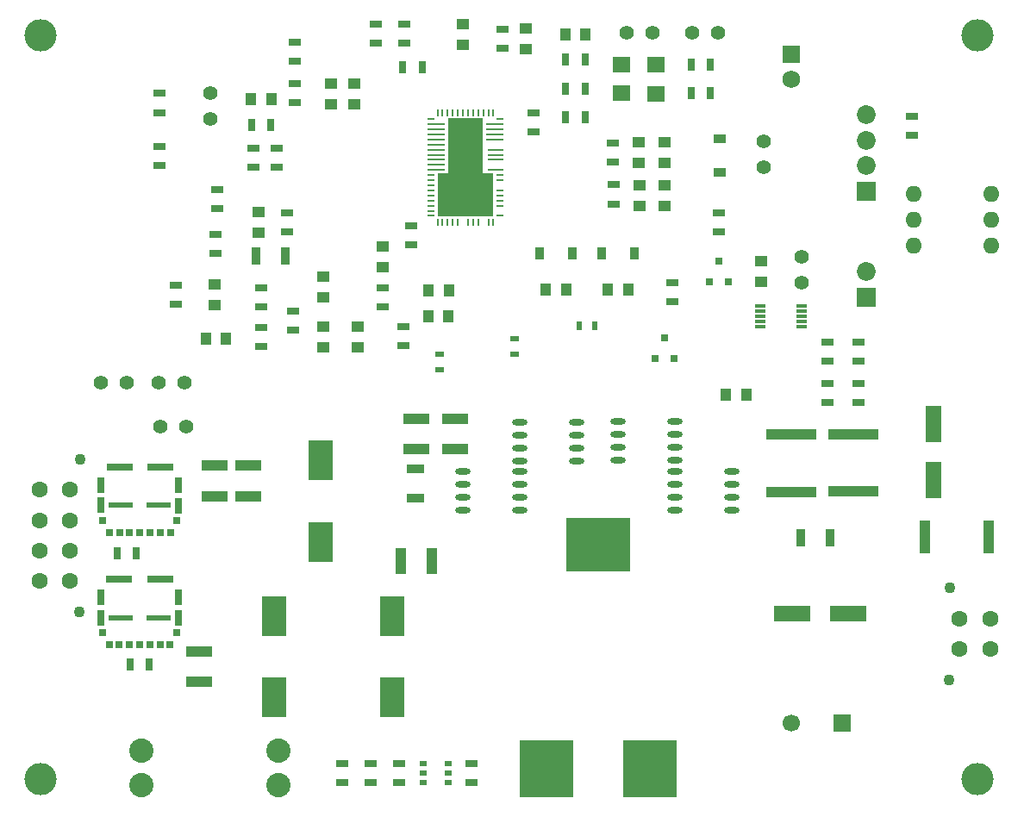
<source format=gbr>
G04 #@! TF.FileFunction,Soldermask,Top*
%FSLAX46Y46*%
G04 Gerber Fmt 4.6, Leading zero omitted, Abs format (unit mm)*
G04 Created by KiCad (PCBNEW (2016-05-27 BZR 6836, Git 4441a4b)-product) date 09/15/16 12:13:09*
%MOMM*%
%LPD*%
G01*
G04 APERTURE LIST*
%ADD10C,0.100000*%
%ADD11R,1.850000X1.850000*%
%ADD12C,1.850000*%
%ADD13C,3.175000*%
%ADD14C,2.387600*%
%ADD15C,1.700000*%
%ADD16R,1.700000X1.700000*%
%ADD17R,1.250000X1.000000*%
%ADD18R,1.000000X1.250000*%
%ADD19R,0.910000X1.220000*%
%ADD20R,0.800000X0.550000*%
%ADD21O,1.473200X0.609600*%
%ADD22R,0.800100X0.800100*%
%ADD23R,1.300000X0.700000*%
%ADD24R,0.700000X1.300000*%
%ADD25R,0.700000X0.700000*%
%ADD26R,0.675000X1.600000*%
%ADD27R,2.350000X0.600000*%
%ADD28R,2.600000X0.675000*%
%ADD29R,0.700000X0.250000*%
%ADD30R,1.800000X0.250000*%
%ADD31R,0.250000X0.700000*%
%ADD32R,1.500000X0.250000*%
%ADD33R,3.500000X5.400000*%
%ADD34R,5.500000X4.350000*%
%ADD35R,1.016000X0.343000*%
%ADD36C,1.400000*%
%ADD37R,6.350000X5.283200*%
%ADD38R,5.334000X5.588000*%
%ADD39R,1.800860X1.597660*%
%ADD40R,0.500000X0.900000*%
%ADD41R,0.900000X0.500000*%
%ADD42R,2.400300X4.000500*%
%ADD43R,1.000000X2.500000*%
%ADD44R,2.500000X1.000000*%
%ADD45R,5.000000X1.000000*%
%ADD46R,1.600200X3.599180*%
%ADD47R,3.599180X1.600200*%
%ADD48R,1.220000X0.910000*%
%ADD49R,1.750000X1.750000*%
%ADD50C,1.750000*%
%ADD51R,1.000000X3.200000*%
%ADD52R,1.700000X0.900000*%
%ADD53R,0.900000X1.700000*%
%ADD54C,1.100000*%
%ADD55C,1.600000*%
%ADD56O,1.600000X1.600000*%
G04 APERTURE END LIST*
D10*
D11*
X178562000Y-82042000D03*
D12*
X178562000Y-79542000D03*
X178562000Y-77042000D03*
X178562000Y-74542000D03*
D13*
X189456000Y-139776000D03*
D14*
X107352000Y-140427000D03*
X120814000Y-140427000D03*
X120814000Y-137023400D03*
X107352000Y-137023400D03*
D15*
X171206000Y-134276000D03*
D16*
X176206000Y-134276000D03*
D17*
X114554000Y-91202000D03*
X114554000Y-93202000D03*
X128651000Y-95393000D03*
X128651000Y-97393000D03*
D18*
X135550400Y-91795600D03*
X137550400Y-91795600D03*
X135525000Y-94361000D03*
X137525000Y-94361000D03*
D17*
X145161000Y-68056000D03*
X145161000Y-66056000D03*
X125222000Y-90440000D03*
X125222000Y-92440000D03*
D18*
X149082000Y-91694000D03*
X147082000Y-91694000D03*
X155178000Y-91694000D03*
X153178000Y-91694000D03*
D17*
X131064000Y-89519000D03*
X131064000Y-87519000D03*
X125222000Y-95393000D03*
X125222000Y-97393000D03*
X156210000Y-77232000D03*
X156210000Y-79232000D03*
X138938000Y-67675000D03*
X138938000Y-65675000D03*
X118872000Y-84090000D03*
X118872000Y-86090000D03*
D18*
X120126000Y-73025000D03*
X118126000Y-73025000D03*
D17*
X128270000Y-73517000D03*
X128270000Y-71517000D03*
X125984000Y-73517000D03*
X125984000Y-71517000D03*
D18*
X150987000Y-66675000D03*
X148987000Y-66675000D03*
X115681000Y-96520000D03*
X113681000Y-96520000D03*
X164756000Y-102076000D03*
X166756000Y-102076000D03*
D17*
X158756000Y-81476000D03*
X158756000Y-83476000D03*
X156256000Y-83476000D03*
X156256000Y-81476000D03*
X168275000Y-90916000D03*
X168275000Y-88916000D03*
D19*
X146447000Y-88138000D03*
X149717000Y-88138000D03*
X155813000Y-88138000D03*
X152543000Y-88138000D03*
D20*
X137470000Y-140142000D03*
X137470000Y-139192000D03*
X137470000Y-138242000D03*
X135070000Y-140142000D03*
X135070000Y-138242000D03*
X135070000Y-139192000D03*
D21*
X144526000Y-113411000D03*
X144526000Y-112141000D03*
X144526000Y-110871000D03*
X144526000Y-109601000D03*
X138938000Y-109601000D03*
X138938000Y-110871000D03*
X138938000Y-112141000D03*
X138938000Y-113411000D03*
X150114000Y-108585000D03*
X150114000Y-107315000D03*
X150114000Y-106045000D03*
X150114000Y-104775000D03*
X144526000Y-104775000D03*
X144526000Y-106045000D03*
X144526000Y-107315000D03*
X144526000Y-108585000D03*
X159766000Y-109601000D03*
X159766000Y-110871000D03*
X159766000Y-112141000D03*
X159766000Y-113411000D03*
X165354000Y-113411000D03*
X165354000Y-112141000D03*
X165354000Y-110871000D03*
X165354000Y-109601000D03*
X154178000Y-104648000D03*
X154178000Y-105918000D03*
X154178000Y-107188000D03*
X154178000Y-108458000D03*
X159766000Y-108458000D03*
X159766000Y-107188000D03*
X159766000Y-105918000D03*
X159766000Y-104648000D03*
D22*
X163134000Y-90916760D03*
X165034000Y-90916760D03*
X164084000Y-88917780D03*
D23*
X120650000Y-79690000D03*
X120650000Y-77790000D03*
X118364000Y-77790000D03*
X118364000Y-79690000D03*
X129920000Y-138242000D03*
X129920000Y-140142000D03*
X127126000Y-138242000D03*
X127126000Y-140142000D03*
X114681000Y-86299000D03*
X114681000Y-88199000D03*
D24*
X133035000Y-69850000D03*
X134935000Y-69850000D03*
D23*
X132714000Y-138242000D03*
X132714000Y-140142000D03*
X139826000Y-138242000D03*
X139826000Y-140142000D03*
X114808000Y-81854000D03*
X114808000Y-83754000D03*
X122428000Y-67376000D03*
X122428000Y-69276000D03*
X133096000Y-97216000D03*
X133096000Y-95316000D03*
X142875000Y-68006000D03*
X142875000Y-66106000D03*
X145923000Y-76261000D03*
X145923000Y-74361000D03*
X133223000Y-65598000D03*
X133223000Y-67498000D03*
X130429000Y-67498000D03*
X130429000Y-65598000D03*
X131064000Y-93406000D03*
X131064000Y-91506000D03*
X153670000Y-77282000D03*
X153670000Y-79182000D03*
X133858000Y-85410000D03*
X133858000Y-87310000D03*
D24*
X163256000Y-72390000D03*
X161356000Y-72390000D03*
X163256000Y-69596000D03*
X161356000Y-69596000D03*
X149037000Y-72009000D03*
X150937000Y-72009000D03*
X149037000Y-74803000D03*
X150937000Y-74803000D03*
D23*
X121666000Y-84140000D03*
X121666000Y-86040000D03*
D24*
X120076000Y-75565000D03*
X118176000Y-75565000D03*
D23*
X122428000Y-73340000D03*
X122428000Y-71440000D03*
D24*
X149037000Y-69088000D03*
X150937000Y-69088000D03*
D23*
X119126000Y-95443000D03*
X119126000Y-97343000D03*
X119126000Y-91506000D03*
X119126000Y-93406000D03*
X110744000Y-93152000D03*
X110744000Y-91252000D03*
X122301000Y-93792000D03*
X122301000Y-95692000D03*
X153756000Y-81426000D03*
X153756000Y-83326000D03*
X159512000Y-92898000D03*
X159512000Y-90998000D03*
X164084000Y-86040000D03*
X164084000Y-84140000D03*
D25*
X110854000Y-114420000D03*
X110204000Y-115570000D03*
X109204000Y-115570000D03*
X108204000Y-115570000D03*
X107204000Y-115570000D03*
X106204000Y-115570000D03*
X105204000Y-115570000D03*
X104204000Y-115570000D03*
X103554000Y-114420000D03*
D26*
X103416000Y-112920000D03*
X103416000Y-110920000D03*
X110992000Y-112945000D03*
X110992000Y-110920000D03*
D27*
X109079000Y-112920000D03*
X105329000Y-112920000D03*
D28*
X109204000Y-109132000D03*
X105204000Y-109132000D03*
D25*
X110838000Y-125444000D03*
X110188000Y-126594000D03*
X109188000Y-126594000D03*
X108188000Y-126594000D03*
X107188000Y-126594000D03*
X106188000Y-126594000D03*
X105188000Y-126594000D03*
X104188000Y-126594000D03*
X103538000Y-125444000D03*
D26*
X103400000Y-123944000D03*
X103400000Y-121944000D03*
X110976000Y-123969000D03*
X110976000Y-121944000D03*
D27*
X109063000Y-123944000D03*
X105313000Y-123944000D03*
D28*
X109188000Y-120156000D03*
X105188000Y-120156000D03*
D29*
X135792000Y-74973000D03*
D30*
X136342000Y-75473000D03*
X136342000Y-75973000D03*
X136342000Y-76473000D03*
X136342000Y-76973000D03*
X136342000Y-77473000D03*
X136342000Y-77973000D03*
X136342000Y-78473000D03*
X136342000Y-78973000D03*
X136342000Y-79473000D03*
X136342000Y-79973000D03*
D29*
X135792000Y-80473000D03*
X135792000Y-80973000D03*
X135792000Y-81473000D03*
X135792000Y-81973000D03*
X135792000Y-82473000D03*
X135792000Y-82973000D03*
X135792000Y-83473000D03*
X135792000Y-83973000D03*
X135792000Y-84473000D03*
D31*
X136442000Y-85123000D03*
X136942000Y-85123000D03*
X137442000Y-85123000D03*
X137942000Y-85123000D03*
X138442000Y-85123000D03*
X139442000Y-85123000D03*
X139942000Y-85123000D03*
X140442000Y-85123000D03*
X141442000Y-85123000D03*
X141942000Y-85123000D03*
D29*
X142592000Y-84473000D03*
X142592000Y-83473000D03*
X142592000Y-82973000D03*
X142592000Y-82473000D03*
X142592000Y-81973000D03*
X142592000Y-80973000D03*
X142592000Y-80473000D03*
D32*
X142192000Y-79973000D03*
X142192000Y-78973000D03*
X142192000Y-78473000D03*
X142192000Y-77973000D03*
D30*
X142042000Y-76973000D03*
X142042000Y-76473000D03*
X142042000Y-75973000D03*
X142042000Y-75473000D03*
D29*
X142592000Y-74973000D03*
D31*
X141942000Y-74323000D03*
X141442000Y-74323000D03*
X140942000Y-74323000D03*
X140442000Y-74323000D03*
X139942000Y-74323000D03*
X139442000Y-74323000D03*
X138942000Y-74323000D03*
X138442000Y-74323000D03*
X137942000Y-74323000D03*
X137442000Y-74323000D03*
X136942000Y-74323000D03*
X136442000Y-74323000D03*
D33*
X139192000Y-77573000D03*
D34*
X139192000Y-82423000D03*
D35*
X172223500Y-95363500D03*
X172223500Y-94863500D03*
X172223500Y-94363500D03*
X172223500Y-93863500D03*
X172223500Y-93363500D03*
X168131500Y-95363500D03*
X168131500Y-94863500D03*
X168131500Y-94363500D03*
X168131500Y-93863500D03*
X168131500Y-93363500D03*
D36*
X109220000Y-105156000D03*
X111760000Y-105156000D03*
X114173000Y-74930000D03*
X114173000Y-72390000D03*
X103378000Y-100838000D03*
X105918000Y-100838000D03*
X109093000Y-100838000D03*
X111633000Y-100838000D03*
X161442400Y-66497200D03*
X163982400Y-66497200D03*
X154990800Y-66446400D03*
X157530800Y-66446400D03*
X168456000Y-79676000D03*
X168456000Y-77136000D03*
X172212000Y-91059000D03*
X172212000Y-88519000D03*
D37*
X152273000Y-116738400D03*
D38*
X147193000Y-138811000D03*
X157353000Y-138811000D03*
D39*
X157886400Y-72489060D03*
X157886400Y-69649340D03*
X154482800Y-72438260D03*
X154482800Y-69598540D03*
D40*
X150380000Y-95250000D03*
X151880000Y-95250000D03*
D41*
X144018000Y-98032000D03*
X144018000Y-96532000D03*
X136652000Y-99556000D03*
X136652000Y-98056000D03*
D17*
X158750000Y-79232000D03*
X158750000Y-77232000D03*
D23*
X174752000Y-102804000D03*
X174752000Y-100904000D03*
X177800000Y-100904000D03*
X177800000Y-102804000D03*
X177800000Y-98740000D03*
X177800000Y-96840000D03*
X174752000Y-98740000D03*
X174752000Y-96840000D03*
D42*
X131956000Y-123776000D03*
X131956000Y-131777000D03*
X124968000Y-116522500D03*
X124968000Y-108521500D03*
X120396000Y-123776000D03*
X120396000Y-131777000D03*
D43*
X132866000Y-118364000D03*
X135866000Y-118364000D03*
D44*
X113030000Y-127278000D03*
X113030000Y-130278000D03*
X114554000Y-112014000D03*
X114554000Y-109014000D03*
X117856000Y-112014000D03*
X117856000Y-109014000D03*
X138176000Y-107418000D03*
X138176000Y-104418000D03*
X134366000Y-107418000D03*
X134366000Y-104418000D03*
D45*
X177292000Y-111512000D03*
X177292000Y-105912000D03*
X171196000Y-111576000D03*
X171196000Y-105976000D03*
D46*
X185166000Y-110446820D03*
X185166000Y-104945180D03*
D47*
X176806820Y-123576000D03*
X171305180Y-123576000D03*
D48*
X164156000Y-80211000D03*
X164156000Y-76941000D03*
D49*
X171196000Y-68580000D03*
D50*
X171196000Y-71080000D03*
D11*
X178562000Y-92456000D03*
D12*
X178562000Y-89956000D03*
D22*
X157806000Y-98476760D03*
X159706000Y-98476760D03*
X158756000Y-96477780D03*
D51*
X190556000Y-115976000D03*
X184356000Y-115976000D03*
D13*
X97456000Y-139776000D03*
X97456000Y-66776000D03*
X189456000Y-66776000D03*
D24*
X104968000Y-117602000D03*
X106868000Y-117602000D03*
X106238000Y-128524000D03*
X108138000Y-128524000D03*
D52*
X134256000Y-109326000D03*
X134256000Y-112226000D03*
D53*
X118606000Y-88376000D03*
X121506000Y-88376000D03*
X175006000Y-116076000D03*
X172106000Y-116076000D03*
D54*
X101356000Y-108376000D03*
D55*
X97356000Y-120376000D03*
X97356000Y-117376000D03*
X97356000Y-114376000D03*
X97356000Y-111376000D03*
X100356000Y-120376000D03*
X100356000Y-117376000D03*
X100356000Y-114376000D03*
X100356000Y-111376000D03*
D54*
X101296000Y-123376000D03*
D23*
X183081000Y-76601000D03*
X183081000Y-74701000D03*
X109106000Y-77651000D03*
X109106000Y-79551000D03*
X109106000Y-72451000D03*
X109106000Y-74351000D03*
D56*
X190856000Y-87406000D03*
X190856000Y-84866000D03*
X190856000Y-82326000D03*
X183236000Y-82326000D03*
X183236000Y-84866000D03*
X183236000Y-87406000D03*
D54*
X186731000Y-130051000D03*
D55*
X190731000Y-124051000D03*
X190731000Y-127051000D03*
X187731000Y-124051000D03*
X187731000Y-127051000D03*
D54*
X186791000Y-121051000D03*
M02*

</source>
